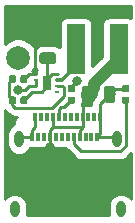
<source format=gtl>
G04 #@! TF.GenerationSoftware,KiCad,Pcbnew,(5.1.2)-2*
G04 #@! TF.CreationDate,2019-09-12T19:32:37+02:00*
G04 #@! TF.ProjectId,braunAdapterUSBC,62726175-6e41-4646-9170-746572555342,rev?*
G04 #@! TF.SameCoordinates,Original*
G04 #@! TF.FileFunction,Copper,L1,Top*
G04 #@! TF.FilePolarity,Positive*
%FSLAX46Y46*%
G04 Gerber Fmt 4.6, Leading zero omitted, Abs format (unit mm)*
G04 Created by KiCad (PCBNEW (5.1.2)-2) date 2019-09-12 19:32:37*
%MOMM*%
%LPD*%
G04 APERTURE LIST*
%ADD10R,1.500000X4.200000*%
%ADD11O,0.800000X1.400000*%
%ADD12R,0.300000X0.700000*%
%ADD13C,0.100000*%
%ADD14C,0.975000*%
%ADD15C,0.590000*%
%ADD16C,2.000000*%
%ADD17R,0.400000X0.230000*%
%ADD18R,0.800000X1.300000*%
%ADD19C,0.600000*%
%ADD20C,0.800000*%
%ADD21C,0.250000*%
%ADD22C,1.000000*%
%ADD23C,0.350000*%
%ADD24C,0.254000*%
G04 APERTURE END LIST*
D10*
X700000Y10700000D03*
X4300000Y10700000D03*
D11*
X-4130000Y3110000D03*
D12*
X-2750000Y5020000D03*
X-2250000Y5020000D03*
X-1750000Y5020000D03*
X-1250000Y5020000D03*
X-750000Y5020000D03*
X-250000Y5020000D03*
X250000Y5020000D03*
X2750000Y5020000D03*
X1750000Y5020000D03*
X1250000Y5020000D03*
X750000Y5020000D03*
X2250000Y5020000D03*
X2500000Y3320000D03*
D11*
X4130000Y3110000D03*
X4490000Y-2840000D03*
X-4490000Y-2840000D03*
D12*
X2000000Y3320000D03*
X1500000Y3320000D03*
X1000000Y3320000D03*
X500000Y3320000D03*
X0Y3320000D03*
X-500000Y3320000D03*
X-1000000Y3320000D03*
X-1500000Y3320000D03*
X-2000000Y3320000D03*
X-2500000Y3320000D03*
X-3000000Y3320000D03*
D13*
G36*
X3805142Y7598826D02*
G01*
X3828803Y7595316D01*
X3852007Y7589504D01*
X3874529Y7581446D01*
X3896153Y7571218D01*
X3916670Y7558921D01*
X3935883Y7544671D01*
X3953607Y7528607D01*
X3969671Y7510883D01*
X3983921Y7491670D01*
X3996218Y7471153D01*
X4006446Y7449529D01*
X4014504Y7427007D01*
X4020316Y7403803D01*
X4023826Y7380142D01*
X4025000Y7356250D01*
X4025000Y6443750D01*
X4023826Y6419858D01*
X4020316Y6396197D01*
X4014504Y6372993D01*
X4006446Y6350471D01*
X3996218Y6328847D01*
X3983921Y6308330D01*
X3969671Y6289117D01*
X3953607Y6271393D01*
X3935883Y6255329D01*
X3916670Y6241079D01*
X3896153Y6228782D01*
X3874529Y6218554D01*
X3852007Y6210496D01*
X3828803Y6204684D01*
X3805142Y6201174D01*
X3781250Y6200000D01*
X3293750Y6200000D01*
X3269858Y6201174D01*
X3246197Y6204684D01*
X3222993Y6210496D01*
X3200471Y6218554D01*
X3178847Y6228782D01*
X3158330Y6241079D01*
X3139117Y6255329D01*
X3121393Y6271393D01*
X3105329Y6289117D01*
X3091079Y6308330D01*
X3078782Y6328847D01*
X3068554Y6350471D01*
X3060496Y6372993D01*
X3054684Y6396197D01*
X3051174Y6419858D01*
X3050000Y6443750D01*
X3050000Y7356250D01*
X3051174Y7380142D01*
X3054684Y7403803D01*
X3060496Y7427007D01*
X3068554Y7449529D01*
X3078782Y7471153D01*
X3091079Y7491670D01*
X3105329Y7510883D01*
X3121393Y7528607D01*
X3139117Y7544671D01*
X3158330Y7558921D01*
X3178847Y7571218D01*
X3200471Y7581446D01*
X3222993Y7589504D01*
X3246197Y7595316D01*
X3269858Y7598826D01*
X3293750Y7600000D01*
X3781250Y7600000D01*
X3805142Y7598826D01*
X3805142Y7598826D01*
G37*
D14*
X3537500Y6900000D03*
D13*
G36*
X1930142Y7598826D02*
G01*
X1953803Y7595316D01*
X1977007Y7589504D01*
X1999529Y7581446D01*
X2021153Y7571218D01*
X2041670Y7558921D01*
X2060883Y7544671D01*
X2078607Y7528607D01*
X2094671Y7510883D01*
X2108921Y7491670D01*
X2121218Y7471153D01*
X2131446Y7449529D01*
X2139504Y7427007D01*
X2145316Y7403803D01*
X2148826Y7380142D01*
X2150000Y7356250D01*
X2150000Y6443750D01*
X2148826Y6419858D01*
X2145316Y6396197D01*
X2139504Y6372993D01*
X2131446Y6350471D01*
X2121218Y6328847D01*
X2108921Y6308330D01*
X2094671Y6289117D01*
X2078607Y6271393D01*
X2060883Y6255329D01*
X2041670Y6241079D01*
X2021153Y6228782D01*
X1999529Y6218554D01*
X1977007Y6210496D01*
X1953803Y6204684D01*
X1930142Y6201174D01*
X1906250Y6200000D01*
X1418750Y6200000D01*
X1394858Y6201174D01*
X1371197Y6204684D01*
X1347993Y6210496D01*
X1325471Y6218554D01*
X1303847Y6228782D01*
X1283330Y6241079D01*
X1264117Y6255329D01*
X1246393Y6271393D01*
X1230329Y6289117D01*
X1216079Y6308330D01*
X1203782Y6328847D01*
X1193554Y6350471D01*
X1185496Y6372993D01*
X1179684Y6396197D01*
X1176174Y6419858D01*
X1175000Y6443750D01*
X1175000Y7356250D01*
X1176174Y7380142D01*
X1179684Y7403803D01*
X1185496Y7427007D01*
X1193554Y7449529D01*
X1203782Y7471153D01*
X1216079Y7491670D01*
X1230329Y7510883D01*
X1246393Y7528607D01*
X1264117Y7544671D01*
X1283330Y7558921D01*
X1303847Y7571218D01*
X1325471Y7581446D01*
X1347993Y7589504D01*
X1371197Y7595316D01*
X1394858Y7598826D01*
X1418750Y7600000D01*
X1906250Y7600000D01*
X1930142Y7598826D01*
X1930142Y7598826D01*
G37*
D14*
X1662500Y6900000D03*
D13*
G36*
X-1219858Y12323826D02*
G01*
X-1196197Y12320316D01*
X-1172993Y12314504D01*
X-1150471Y12306446D01*
X-1128847Y12296218D01*
X-1108330Y12283921D01*
X-1089117Y12269671D01*
X-1071393Y12253607D01*
X-1055329Y12235883D01*
X-1041079Y12216670D01*
X-1028782Y12196153D01*
X-1018554Y12174529D01*
X-1010496Y12152007D01*
X-1004684Y12128803D01*
X-1001174Y12105142D01*
X-1000000Y12081250D01*
X-1000000Y11593750D01*
X-1001174Y11569858D01*
X-1004684Y11546197D01*
X-1010496Y11522993D01*
X-1018554Y11500471D01*
X-1028782Y11478847D01*
X-1041079Y11458330D01*
X-1055329Y11439117D01*
X-1071393Y11421393D01*
X-1089117Y11405329D01*
X-1108330Y11391079D01*
X-1128847Y11378782D01*
X-1150471Y11368554D01*
X-1172993Y11360496D01*
X-1196197Y11354684D01*
X-1219858Y11351174D01*
X-1243750Y11350000D01*
X-2156250Y11350000D01*
X-2180142Y11351174D01*
X-2203803Y11354684D01*
X-2227007Y11360496D01*
X-2249529Y11368554D01*
X-2271153Y11378782D01*
X-2291670Y11391079D01*
X-2310883Y11405329D01*
X-2328607Y11421393D01*
X-2344671Y11439117D01*
X-2358921Y11458330D01*
X-2371218Y11478847D01*
X-2381446Y11500471D01*
X-2389504Y11522993D01*
X-2395316Y11546197D01*
X-2398826Y11569858D01*
X-2400000Y11593750D01*
X-2400000Y12081250D01*
X-2398826Y12105142D01*
X-2395316Y12128803D01*
X-2389504Y12152007D01*
X-2381446Y12174529D01*
X-2371218Y12196153D01*
X-2358921Y12216670D01*
X-2344671Y12235883D01*
X-2328607Y12253607D01*
X-2310883Y12269671D01*
X-2291670Y12283921D01*
X-2271153Y12296218D01*
X-2249529Y12306446D01*
X-2227007Y12314504D01*
X-2203803Y12320316D01*
X-2180142Y12323826D01*
X-2156250Y12325000D01*
X-1243750Y12325000D01*
X-1219858Y12323826D01*
X-1219858Y12323826D01*
G37*
D14*
X-1700000Y11837500D03*
D13*
G36*
X-1219858Y10448826D02*
G01*
X-1196197Y10445316D01*
X-1172993Y10439504D01*
X-1150471Y10431446D01*
X-1128847Y10421218D01*
X-1108330Y10408921D01*
X-1089117Y10394671D01*
X-1071393Y10378607D01*
X-1055329Y10360883D01*
X-1041079Y10341670D01*
X-1028782Y10321153D01*
X-1018554Y10299529D01*
X-1010496Y10277007D01*
X-1004684Y10253803D01*
X-1001174Y10230142D01*
X-1000000Y10206250D01*
X-1000000Y9718750D01*
X-1001174Y9694858D01*
X-1004684Y9671197D01*
X-1010496Y9647993D01*
X-1018554Y9625471D01*
X-1028782Y9603847D01*
X-1041079Y9583330D01*
X-1055329Y9564117D01*
X-1071393Y9546393D01*
X-1089117Y9530329D01*
X-1108330Y9516079D01*
X-1128847Y9503782D01*
X-1150471Y9493554D01*
X-1172993Y9485496D01*
X-1196197Y9479684D01*
X-1219858Y9476174D01*
X-1243750Y9475000D01*
X-2156250Y9475000D01*
X-2180142Y9476174D01*
X-2203803Y9479684D01*
X-2227007Y9485496D01*
X-2249529Y9493554D01*
X-2271153Y9503782D01*
X-2291670Y9516079D01*
X-2310883Y9530329D01*
X-2328607Y9546393D01*
X-2344671Y9564117D01*
X-2358921Y9583330D01*
X-2371218Y9603847D01*
X-2381446Y9625471D01*
X-2389504Y9647993D01*
X-2395316Y9671197D01*
X-2398826Y9694858D01*
X-2400000Y9718750D01*
X-2400000Y10206250D01*
X-2398826Y10230142D01*
X-2395316Y10253803D01*
X-2389504Y10277007D01*
X-2381446Y10299529D01*
X-2371218Y10321153D01*
X-2358921Y10341670D01*
X-2344671Y10360883D01*
X-2328607Y10378607D01*
X-2310883Y10394671D01*
X-2291670Y10408921D01*
X-2271153Y10421218D01*
X-2249529Y10431446D01*
X-2227007Y10439504D01*
X-2203803Y10445316D01*
X-2180142Y10448826D01*
X-2156250Y10450000D01*
X-1243750Y10450000D01*
X-1219858Y10448826D01*
X-1219858Y10448826D01*
G37*
D14*
X-1700000Y9962500D03*
D13*
G36*
X5086958Y6709290D02*
G01*
X5101276Y6707166D01*
X5115317Y6703649D01*
X5128946Y6698772D01*
X5142031Y6692583D01*
X5154447Y6685142D01*
X5166073Y6676519D01*
X5176798Y6666798D01*
X5186519Y6656073D01*
X5195142Y6644447D01*
X5202583Y6632031D01*
X5208772Y6618946D01*
X5213649Y6605317D01*
X5217166Y6591276D01*
X5219290Y6576958D01*
X5220000Y6562500D01*
X5220000Y6267500D01*
X5219290Y6253042D01*
X5217166Y6238724D01*
X5213649Y6224683D01*
X5208772Y6211054D01*
X5202583Y6197969D01*
X5195142Y6185553D01*
X5186519Y6173927D01*
X5176798Y6163202D01*
X5166073Y6153481D01*
X5154447Y6144858D01*
X5142031Y6137417D01*
X5128946Y6131228D01*
X5115317Y6126351D01*
X5101276Y6122834D01*
X5086958Y6120710D01*
X5072500Y6120000D01*
X4727500Y6120000D01*
X4713042Y6120710D01*
X4698724Y6122834D01*
X4684683Y6126351D01*
X4671054Y6131228D01*
X4657969Y6137417D01*
X4645553Y6144858D01*
X4633927Y6153481D01*
X4623202Y6163202D01*
X4613481Y6173927D01*
X4604858Y6185553D01*
X4597417Y6197969D01*
X4591228Y6211054D01*
X4586351Y6224683D01*
X4582834Y6238724D01*
X4580710Y6253042D01*
X4580000Y6267500D01*
X4580000Y6562500D01*
X4580710Y6576958D01*
X4582834Y6591276D01*
X4586351Y6605317D01*
X4591228Y6618946D01*
X4597417Y6632031D01*
X4604858Y6644447D01*
X4613481Y6656073D01*
X4623202Y6666798D01*
X4633927Y6676519D01*
X4645553Y6685142D01*
X4657969Y6692583D01*
X4671054Y6698772D01*
X4684683Y6703649D01*
X4698724Y6707166D01*
X4713042Y6709290D01*
X4727500Y6710000D01*
X5072500Y6710000D01*
X5086958Y6709290D01*
X5086958Y6709290D01*
G37*
D15*
X4900000Y6415000D03*
D13*
G36*
X5086958Y7679290D02*
G01*
X5101276Y7677166D01*
X5115317Y7673649D01*
X5128946Y7668772D01*
X5142031Y7662583D01*
X5154447Y7655142D01*
X5166073Y7646519D01*
X5176798Y7636798D01*
X5186519Y7626073D01*
X5195142Y7614447D01*
X5202583Y7602031D01*
X5208772Y7588946D01*
X5213649Y7575317D01*
X5217166Y7561276D01*
X5219290Y7546958D01*
X5220000Y7532500D01*
X5220000Y7237500D01*
X5219290Y7223042D01*
X5217166Y7208724D01*
X5213649Y7194683D01*
X5208772Y7181054D01*
X5202583Y7167969D01*
X5195142Y7155553D01*
X5186519Y7143927D01*
X5176798Y7133202D01*
X5166073Y7123481D01*
X5154447Y7114858D01*
X5142031Y7107417D01*
X5128946Y7101228D01*
X5115317Y7096351D01*
X5101276Y7092834D01*
X5086958Y7090710D01*
X5072500Y7090000D01*
X4727500Y7090000D01*
X4713042Y7090710D01*
X4698724Y7092834D01*
X4684683Y7096351D01*
X4671054Y7101228D01*
X4657969Y7107417D01*
X4645553Y7114858D01*
X4633927Y7123481D01*
X4623202Y7133202D01*
X4613481Y7143927D01*
X4604858Y7155553D01*
X4597417Y7167969D01*
X4591228Y7181054D01*
X4586351Y7194683D01*
X4582834Y7208724D01*
X4580710Y7223042D01*
X4580000Y7237500D01*
X4580000Y7532500D01*
X4580710Y7546958D01*
X4582834Y7561276D01*
X4586351Y7575317D01*
X4591228Y7588946D01*
X4597417Y7602031D01*
X4604858Y7614447D01*
X4613481Y7626073D01*
X4623202Y7636798D01*
X4633927Y7646519D01*
X4645553Y7655142D01*
X4657969Y7662583D01*
X4671054Y7668772D01*
X4684683Y7673649D01*
X4698724Y7677166D01*
X4713042Y7679290D01*
X4727500Y7680000D01*
X5072500Y7680000D01*
X5086958Y7679290D01*
X5086958Y7679290D01*
G37*
D15*
X4900000Y7385000D03*
D13*
G36*
X486958Y7679290D02*
G01*
X501276Y7677166D01*
X515317Y7673649D01*
X528946Y7668772D01*
X542031Y7662583D01*
X554447Y7655142D01*
X566073Y7646519D01*
X576798Y7636798D01*
X586519Y7626073D01*
X595142Y7614447D01*
X602583Y7602031D01*
X608772Y7588946D01*
X613649Y7575317D01*
X617166Y7561276D01*
X619290Y7546958D01*
X620000Y7532500D01*
X620000Y7237500D01*
X619290Y7223042D01*
X617166Y7208724D01*
X613649Y7194683D01*
X608772Y7181054D01*
X602583Y7167969D01*
X595142Y7155553D01*
X586519Y7143927D01*
X576798Y7133202D01*
X566073Y7123481D01*
X554447Y7114858D01*
X542031Y7107417D01*
X528946Y7101228D01*
X515317Y7096351D01*
X501276Y7092834D01*
X486958Y7090710D01*
X472500Y7090000D01*
X127500Y7090000D01*
X113042Y7090710D01*
X98724Y7092834D01*
X84683Y7096351D01*
X71054Y7101228D01*
X57969Y7107417D01*
X45553Y7114858D01*
X33927Y7123481D01*
X23202Y7133202D01*
X13481Y7143927D01*
X4858Y7155553D01*
X-2583Y7167969D01*
X-8772Y7181054D01*
X-13649Y7194683D01*
X-17166Y7208724D01*
X-19290Y7223042D01*
X-20000Y7237500D01*
X-20000Y7532500D01*
X-19290Y7546958D01*
X-17166Y7561276D01*
X-13649Y7575317D01*
X-8772Y7588946D01*
X-2583Y7602031D01*
X4858Y7614447D01*
X13481Y7626073D01*
X23202Y7636798D01*
X33927Y7646519D01*
X45553Y7655142D01*
X57969Y7662583D01*
X71054Y7668772D01*
X84683Y7673649D01*
X98724Y7677166D01*
X113042Y7679290D01*
X127500Y7680000D01*
X472500Y7680000D01*
X486958Y7679290D01*
X486958Y7679290D01*
G37*
D15*
X300000Y7385000D03*
D13*
G36*
X486958Y6709290D02*
G01*
X501276Y6707166D01*
X515317Y6703649D01*
X528946Y6698772D01*
X542031Y6692583D01*
X554447Y6685142D01*
X566073Y6676519D01*
X576798Y6666798D01*
X586519Y6656073D01*
X595142Y6644447D01*
X602583Y6632031D01*
X608772Y6618946D01*
X613649Y6605317D01*
X617166Y6591276D01*
X619290Y6576958D01*
X620000Y6562500D01*
X620000Y6267500D01*
X619290Y6253042D01*
X617166Y6238724D01*
X613649Y6224683D01*
X608772Y6211054D01*
X602583Y6197969D01*
X595142Y6185553D01*
X586519Y6173927D01*
X576798Y6163202D01*
X566073Y6153481D01*
X554447Y6144858D01*
X542031Y6137417D01*
X528946Y6131228D01*
X515317Y6126351D01*
X501276Y6122834D01*
X486958Y6120710D01*
X472500Y6120000D01*
X127500Y6120000D01*
X113042Y6120710D01*
X98724Y6122834D01*
X84683Y6126351D01*
X71054Y6131228D01*
X57969Y6137417D01*
X45553Y6144858D01*
X33927Y6153481D01*
X23202Y6163202D01*
X13481Y6173927D01*
X4858Y6185553D01*
X-2583Y6197969D01*
X-8772Y6211054D01*
X-13649Y6224683D01*
X-17166Y6238724D01*
X-19290Y6253042D01*
X-20000Y6267500D01*
X-20000Y6562500D01*
X-19290Y6576958D01*
X-17166Y6591276D01*
X-13649Y6605317D01*
X-8772Y6618946D01*
X-2583Y6632031D01*
X4858Y6644447D01*
X13481Y6656073D01*
X23202Y6666798D01*
X33927Y6676519D01*
X45553Y6685142D01*
X57969Y6692583D01*
X71054Y6698772D01*
X84683Y6703649D01*
X98724Y6707166D01*
X113042Y6709290D01*
X127500Y6710000D01*
X472500Y6710000D01*
X486958Y6709290D01*
X486958Y6709290D01*
G37*
D15*
X300000Y6415000D03*
D13*
G36*
X-4523042Y8519290D02*
G01*
X-4508724Y8517166D01*
X-4494683Y8513649D01*
X-4481054Y8508772D01*
X-4467969Y8502583D01*
X-4455553Y8495142D01*
X-4443927Y8486519D01*
X-4433202Y8476798D01*
X-4423481Y8466073D01*
X-4414858Y8454447D01*
X-4407417Y8442031D01*
X-4401228Y8428946D01*
X-4396351Y8415317D01*
X-4392834Y8401276D01*
X-4390710Y8386958D01*
X-4390000Y8372500D01*
X-4390000Y8027500D01*
X-4390710Y8013042D01*
X-4392834Y7998724D01*
X-4396351Y7984683D01*
X-4401228Y7971054D01*
X-4407417Y7957969D01*
X-4414858Y7945553D01*
X-4423481Y7933927D01*
X-4433202Y7923202D01*
X-4443927Y7913481D01*
X-4455553Y7904858D01*
X-4467969Y7897417D01*
X-4481054Y7891228D01*
X-4494683Y7886351D01*
X-4508724Y7882834D01*
X-4523042Y7880710D01*
X-4537500Y7880000D01*
X-4832500Y7880000D01*
X-4846958Y7880710D01*
X-4861276Y7882834D01*
X-4875317Y7886351D01*
X-4888946Y7891228D01*
X-4902031Y7897417D01*
X-4914447Y7904858D01*
X-4926073Y7913481D01*
X-4936798Y7923202D01*
X-4946519Y7933927D01*
X-4955142Y7945553D01*
X-4962583Y7957969D01*
X-4968772Y7971054D01*
X-4973649Y7984683D01*
X-4977166Y7998724D01*
X-4979290Y8013042D01*
X-4980000Y8027500D01*
X-4980000Y8372500D01*
X-4979290Y8386958D01*
X-4977166Y8401276D01*
X-4973649Y8415317D01*
X-4968772Y8428946D01*
X-4962583Y8442031D01*
X-4955142Y8454447D01*
X-4946519Y8466073D01*
X-4936798Y8476798D01*
X-4926073Y8486519D01*
X-4914447Y8495142D01*
X-4902031Y8502583D01*
X-4888946Y8508772D01*
X-4875317Y8513649D01*
X-4861276Y8517166D01*
X-4846958Y8519290D01*
X-4832500Y8520000D01*
X-4537500Y8520000D01*
X-4523042Y8519290D01*
X-4523042Y8519290D01*
G37*
D15*
X-4685000Y8200000D03*
D13*
G36*
X-3553042Y8519290D02*
G01*
X-3538724Y8517166D01*
X-3524683Y8513649D01*
X-3511054Y8508772D01*
X-3497969Y8502583D01*
X-3485553Y8495142D01*
X-3473927Y8486519D01*
X-3463202Y8476798D01*
X-3453481Y8466073D01*
X-3444858Y8454447D01*
X-3437417Y8442031D01*
X-3431228Y8428946D01*
X-3426351Y8415317D01*
X-3422834Y8401276D01*
X-3420710Y8386958D01*
X-3420000Y8372500D01*
X-3420000Y8027500D01*
X-3420710Y8013042D01*
X-3422834Y7998724D01*
X-3426351Y7984683D01*
X-3431228Y7971054D01*
X-3437417Y7957969D01*
X-3444858Y7945553D01*
X-3453481Y7933927D01*
X-3463202Y7923202D01*
X-3473927Y7913481D01*
X-3485553Y7904858D01*
X-3497969Y7897417D01*
X-3511054Y7891228D01*
X-3524683Y7886351D01*
X-3538724Y7882834D01*
X-3553042Y7880710D01*
X-3567500Y7880000D01*
X-3862500Y7880000D01*
X-3876958Y7880710D01*
X-3891276Y7882834D01*
X-3905317Y7886351D01*
X-3918946Y7891228D01*
X-3932031Y7897417D01*
X-3944447Y7904858D01*
X-3956073Y7913481D01*
X-3966798Y7923202D01*
X-3976519Y7933927D01*
X-3985142Y7945553D01*
X-3992583Y7957969D01*
X-3998772Y7971054D01*
X-4003649Y7984683D01*
X-4007166Y7998724D01*
X-4009290Y8013042D01*
X-4010000Y8027500D01*
X-4010000Y8372500D01*
X-4009290Y8386958D01*
X-4007166Y8401276D01*
X-4003649Y8415317D01*
X-3998772Y8428946D01*
X-3992583Y8442031D01*
X-3985142Y8454447D01*
X-3976519Y8466073D01*
X-3966798Y8476798D01*
X-3956073Y8486519D01*
X-3944447Y8495142D01*
X-3932031Y8502583D01*
X-3918946Y8508772D01*
X-3905317Y8513649D01*
X-3891276Y8517166D01*
X-3876958Y8519290D01*
X-3862500Y8520000D01*
X-3567500Y8520000D01*
X-3553042Y8519290D01*
X-3553042Y8519290D01*
G37*
D15*
X-3715000Y8200000D03*
D13*
G36*
X-3553042Y6719290D02*
G01*
X-3538724Y6717166D01*
X-3524683Y6713649D01*
X-3511054Y6708772D01*
X-3497969Y6702583D01*
X-3485553Y6695142D01*
X-3473927Y6686519D01*
X-3463202Y6676798D01*
X-3453481Y6666073D01*
X-3444858Y6654447D01*
X-3437417Y6642031D01*
X-3431228Y6628946D01*
X-3426351Y6615317D01*
X-3422834Y6601276D01*
X-3420710Y6586958D01*
X-3420000Y6572500D01*
X-3420000Y6227500D01*
X-3420710Y6213042D01*
X-3422834Y6198724D01*
X-3426351Y6184683D01*
X-3431228Y6171054D01*
X-3437417Y6157969D01*
X-3444858Y6145553D01*
X-3453481Y6133927D01*
X-3463202Y6123202D01*
X-3473927Y6113481D01*
X-3485553Y6104858D01*
X-3497969Y6097417D01*
X-3511054Y6091228D01*
X-3524683Y6086351D01*
X-3538724Y6082834D01*
X-3553042Y6080710D01*
X-3567500Y6080000D01*
X-3862500Y6080000D01*
X-3876958Y6080710D01*
X-3891276Y6082834D01*
X-3905317Y6086351D01*
X-3918946Y6091228D01*
X-3932031Y6097417D01*
X-3944447Y6104858D01*
X-3956073Y6113481D01*
X-3966798Y6123202D01*
X-3976519Y6133927D01*
X-3985142Y6145553D01*
X-3992583Y6157969D01*
X-3998772Y6171054D01*
X-4003649Y6184683D01*
X-4007166Y6198724D01*
X-4009290Y6213042D01*
X-4010000Y6227500D01*
X-4010000Y6572500D01*
X-4009290Y6586958D01*
X-4007166Y6601276D01*
X-4003649Y6615317D01*
X-3998772Y6628946D01*
X-3992583Y6642031D01*
X-3985142Y6654447D01*
X-3976519Y6666073D01*
X-3966798Y6676798D01*
X-3956073Y6686519D01*
X-3944447Y6695142D01*
X-3932031Y6702583D01*
X-3918946Y6708772D01*
X-3905317Y6713649D01*
X-3891276Y6717166D01*
X-3876958Y6719290D01*
X-3862500Y6720000D01*
X-3567500Y6720000D01*
X-3553042Y6719290D01*
X-3553042Y6719290D01*
G37*
D15*
X-3715000Y6400000D03*
D13*
G36*
X-4523042Y6719290D02*
G01*
X-4508724Y6717166D01*
X-4494683Y6713649D01*
X-4481054Y6708772D01*
X-4467969Y6702583D01*
X-4455553Y6695142D01*
X-4443927Y6686519D01*
X-4433202Y6676798D01*
X-4423481Y6666073D01*
X-4414858Y6654447D01*
X-4407417Y6642031D01*
X-4401228Y6628946D01*
X-4396351Y6615317D01*
X-4392834Y6601276D01*
X-4390710Y6586958D01*
X-4390000Y6572500D01*
X-4390000Y6227500D01*
X-4390710Y6213042D01*
X-4392834Y6198724D01*
X-4396351Y6184683D01*
X-4401228Y6171054D01*
X-4407417Y6157969D01*
X-4414858Y6145553D01*
X-4423481Y6133927D01*
X-4433202Y6123202D01*
X-4443927Y6113481D01*
X-4455553Y6104858D01*
X-4467969Y6097417D01*
X-4481054Y6091228D01*
X-4494683Y6086351D01*
X-4508724Y6082834D01*
X-4523042Y6080710D01*
X-4537500Y6080000D01*
X-4832500Y6080000D01*
X-4846958Y6080710D01*
X-4861276Y6082834D01*
X-4875317Y6086351D01*
X-4888946Y6091228D01*
X-4902031Y6097417D01*
X-4914447Y6104858D01*
X-4926073Y6113481D01*
X-4936798Y6123202D01*
X-4946519Y6133927D01*
X-4955142Y6145553D01*
X-4962583Y6157969D01*
X-4968772Y6171054D01*
X-4973649Y6184683D01*
X-4977166Y6198724D01*
X-4979290Y6213042D01*
X-4980000Y6227500D01*
X-4980000Y6572500D01*
X-4979290Y6586958D01*
X-4977166Y6601276D01*
X-4973649Y6615317D01*
X-4968772Y6628946D01*
X-4962583Y6642031D01*
X-4955142Y6654447D01*
X-4946519Y6666073D01*
X-4936798Y6676798D01*
X-4926073Y6686519D01*
X-4914447Y6695142D01*
X-4902031Y6702583D01*
X-4888946Y6708772D01*
X-4875317Y6713649D01*
X-4861276Y6717166D01*
X-4846958Y6719290D01*
X-4832500Y6720000D01*
X-4537500Y6720000D01*
X-4523042Y6719290D01*
X-4523042Y6719290D01*
G37*
D15*
X-4685000Y6400000D03*
D16*
X-4200000Y13100000D03*
X-4200000Y10000000D03*
D17*
X-2700000Y8625001D03*
X-2700000Y8125001D03*
X-2700000Y7625001D03*
X-2700000Y7125001D03*
X-900000Y7125001D03*
X-900000Y7625001D03*
X-900000Y8125001D03*
X-900000Y8625001D03*
D18*
X-1800000Y7875001D03*
D19*
X-1800000Y8225001D03*
X-1800000Y7525001D03*
D20*
X800000Y8000000D03*
X-4200000Y7300000D03*
X-1519496Y2469231D03*
D21*
X2750000Y3570000D02*
X2750000Y5020000D01*
X2500000Y3320000D02*
X2750000Y3570000D01*
X-2750000Y4420000D02*
X-2750000Y5020000D01*
X-2750000Y4170000D02*
X-2750000Y4420000D01*
X-3000000Y3920000D02*
X-2750000Y4170000D01*
X-3000000Y3320000D02*
X-3000000Y3920000D01*
X-3920000Y3320000D02*
X-4130000Y3110000D01*
X-3000000Y3320000D02*
X-3920000Y3320000D01*
X3920000Y3320000D02*
X4130000Y3110000D01*
X2500000Y3320000D02*
X3920000Y3320000D01*
X-1765001Y8175001D02*
X-1765001Y7875001D01*
X-1315001Y8625001D02*
X-1765001Y8175001D01*
X-865001Y8625001D02*
X-1315001Y8625001D01*
X-1765001Y7575001D02*
X-1765001Y7875001D01*
X-2215001Y7125001D02*
X-1765001Y7575001D01*
X-2665001Y7125001D02*
X-2215001Y7125001D01*
X4022500Y7385000D02*
X3537500Y6900000D01*
X4900000Y7385000D02*
X4022500Y7385000D01*
X2750000Y6112500D02*
X3537500Y6900000D01*
X2750000Y5020000D02*
X2750000Y6112500D01*
X-1800000Y9862500D02*
X-1700000Y9962500D01*
X-1800000Y7875001D02*
X-1800000Y9862500D01*
X-3715000Y6400000D02*
X-2989999Y7125001D01*
X-2989999Y7125001D02*
X-2700000Y7125001D01*
X300000Y7385000D02*
X300000Y7500000D01*
X300000Y7500000D02*
X800000Y8000000D01*
X1250000Y4420000D02*
X1250000Y5020000D01*
X1250000Y4170000D02*
X1250000Y4420000D01*
X1000000Y3920000D02*
X1250000Y4170000D01*
X1000000Y3320000D02*
X1000000Y3920000D01*
X-1250000Y4420000D02*
X-1250000Y5020000D01*
X-1250000Y4170000D02*
X-1250000Y4420000D01*
X-1500000Y3920000D02*
X-1250000Y4170000D01*
X-1500000Y3320000D02*
X-1500000Y3920000D01*
X-1250000Y4170000D02*
X1250000Y4170000D01*
X-2665001Y8125001D02*
X-2665001Y7625001D01*
X1250000Y6487500D02*
X1662500Y6900000D01*
X1250000Y5020000D02*
X1250000Y6487500D01*
X4300000Y9537500D02*
X4300000Y10700000D01*
X-3626768Y7300000D02*
X-4200000Y7300000D01*
X-2700000Y7625001D02*
X-3301767Y7625001D01*
X-3301767Y7625001D02*
X-3626768Y7300000D01*
X-1519496Y3300504D02*
X-1500000Y3320000D01*
X-1519496Y2469231D02*
X-1519496Y3300504D01*
D22*
X2218737Y7790733D02*
X3965504Y9537500D01*
X3965504Y9537500D02*
X4300000Y9537500D01*
X2218737Y7456237D02*
X2218737Y7790733D01*
X1662500Y6900000D02*
X2218737Y7456237D01*
D21*
X-1800000Y11900000D02*
X-1700000Y12000000D01*
X-2700000Y8990001D02*
X-2800000Y9090001D01*
X-2700000Y8625001D02*
X-2700000Y8990001D01*
X-2800000Y10737500D02*
X-1700000Y11837500D01*
X-2800000Y9090001D02*
X-2800000Y10737500D01*
X-2937500Y11837500D02*
X-4200000Y13100000D01*
X-1700000Y11837500D02*
X-2937500Y11837500D01*
X-3289999Y8625001D02*
X-3715000Y8200000D01*
X-2700000Y8625001D02*
X-3289999Y8625001D01*
X-34168Y6080832D02*
X300000Y6415000D01*
X-320010Y5794990D02*
X-34168Y6080832D01*
X-575010Y5794990D02*
X-320010Y5794990D01*
X-750000Y5020000D02*
X-750000Y5620000D01*
X-750000Y5620000D02*
X-575010Y5794990D01*
X500000Y2720000D02*
X500000Y3320000D01*
X1135010Y2084990D02*
X500000Y2720000D01*
X4430308Y2084990D02*
X1135010Y2084990D01*
X4900000Y2554682D02*
X4430308Y2084990D01*
X4900000Y6415000D02*
X4900000Y2554682D01*
X700000Y9275001D02*
X700000Y10700000D01*
D23*
X-450000Y8125001D02*
X700000Y9275001D01*
X-900000Y8125001D02*
X-450000Y8125001D01*
D21*
X-5019168Y6734168D02*
X-4685000Y6400000D01*
X-5019168Y7865832D02*
X-5019168Y6734168D01*
X-4685000Y8200000D02*
X-5019168Y7865832D01*
X-4685000Y5980000D02*
X-4685000Y6400000D01*
X-900000Y7625001D02*
X-450000Y7625001D01*
X-450000Y7625001D02*
X-345010Y7520011D01*
X-345010Y6779989D02*
X-1370009Y5754990D01*
X-1370009Y5754990D02*
X-4459990Y5754990D01*
X-345010Y7520011D02*
X-345010Y6779989D01*
X-4459990Y5754990D02*
X-4685000Y5980000D01*
D24*
G36*
X-5319974Y5555724D02*
G01*
X-5307751Y5540831D01*
X-5225001Y5439999D01*
X-5195997Y5416196D01*
X-5023794Y5243993D01*
X-4999991Y5214989D01*
X-4884266Y5120016D01*
X-4752237Y5049444D01*
X-4608976Y5005987D01*
X-4497323Y4994990D01*
X-4497314Y4994990D01*
X-4459991Y4991314D01*
X-4422668Y4994990D01*
X-4322655Y4994990D01*
X-4345681Y4971964D01*
X-4450741Y4814731D01*
X-4523108Y4640022D01*
X-4560000Y4454552D01*
X-4560000Y4353733D01*
X-4707797Y4274734D01*
X-4865396Y4145396D01*
X-4994734Y3987797D01*
X-5090841Y3807992D01*
X-5150024Y3612894D01*
X-5165000Y3460837D01*
X-5165000Y2759162D01*
X-5150024Y2607105D01*
X-5090840Y2412007D01*
X-4994733Y2232203D01*
X-4865395Y2074604D01*
X-4707796Y1945266D01*
X-4527992Y1849159D01*
X-4332894Y1789976D01*
X-4130000Y1769993D01*
X-3927105Y1789976D01*
X-3732007Y1849159D01*
X-3552203Y1945266D01*
X-3394604Y2074604D01*
X-3265266Y2232203D01*
X-3208864Y2337725D01*
X-3150000Y2331928D01*
X-2850000Y2331928D01*
X-2750000Y2341777D01*
X-2650000Y2331928D01*
X-2350000Y2331928D01*
X-2250000Y2341777D01*
X-2150000Y2331928D01*
X-1850000Y2331928D01*
X-1725518Y2344188D01*
X-1605820Y2380498D01*
X-1500000Y2437061D01*
X-1394180Y2380498D01*
X-1274482Y2344188D01*
X-1150000Y2331928D01*
X-850000Y2331928D01*
X-750000Y2341777D01*
X-650000Y2331928D01*
X-350000Y2331928D01*
X-250000Y2341777D01*
X-154566Y2332378D01*
X-134974Y2295724D01*
X-107654Y2262435D01*
X-40001Y2179999D01*
X-10998Y2156197D01*
X571210Y1573988D01*
X595009Y1544989D01*
X710734Y1450016D01*
X842763Y1379444D01*
X986024Y1335987D01*
X1097677Y1324990D01*
X1097685Y1324990D01*
X1135010Y1321314D01*
X1172335Y1324990D01*
X4392986Y1324990D01*
X4430308Y1321314D01*
X4467630Y1324990D01*
X4467641Y1324990D01*
X4579294Y1335987D01*
X4722555Y1379444D01*
X4854584Y1450016D01*
X4970309Y1544989D01*
X4994112Y1573993D01*
X5340001Y1919882D01*
X5340001Y-1944251D01*
X5225396Y-1804604D01*
X5067797Y-1675266D01*
X4887992Y-1579159D01*
X4692894Y-1519976D01*
X4490000Y-1499993D01*
X4287105Y-1519976D01*
X4092007Y-1579159D01*
X3912203Y-1675266D01*
X3754604Y-1804604D01*
X3625266Y-1962203D01*
X3529159Y-2142008D01*
X3469976Y-2337106D01*
X3455000Y-2489163D01*
X3455000Y-3190838D01*
X3469691Y-3340000D01*
X-3469691Y-3340000D01*
X-3455000Y-3190837D01*
X-3455000Y-2489162D01*
X-3469976Y-2337105D01*
X-3529159Y-2142007D01*
X-3625266Y-1962203D01*
X-3754604Y-1804604D01*
X-3912203Y-1675266D01*
X-4092008Y-1579159D01*
X-4287106Y-1519976D01*
X-4490000Y-1499993D01*
X-4692895Y-1519976D01*
X-4887993Y-1579159D01*
X-5067797Y-1675266D01*
X-5225396Y-1804604D01*
X-5340000Y-1944250D01*
X-5340000Y5593190D01*
X-5319974Y5555724D01*
X-5319974Y5555724D01*
G37*
X-5319974Y5555724D02*
X-5307751Y5540831D01*
X-5225001Y5439999D01*
X-5195997Y5416196D01*
X-5023794Y5243993D01*
X-4999991Y5214989D01*
X-4884266Y5120016D01*
X-4752237Y5049444D01*
X-4608976Y5005987D01*
X-4497323Y4994990D01*
X-4497314Y4994990D01*
X-4459991Y4991314D01*
X-4422668Y4994990D01*
X-4322655Y4994990D01*
X-4345681Y4971964D01*
X-4450741Y4814731D01*
X-4523108Y4640022D01*
X-4560000Y4454552D01*
X-4560000Y4353733D01*
X-4707797Y4274734D01*
X-4865396Y4145396D01*
X-4994734Y3987797D01*
X-5090841Y3807992D01*
X-5150024Y3612894D01*
X-5165000Y3460837D01*
X-5165000Y2759162D01*
X-5150024Y2607105D01*
X-5090840Y2412007D01*
X-4994733Y2232203D01*
X-4865395Y2074604D01*
X-4707796Y1945266D01*
X-4527992Y1849159D01*
X-4332894Y1789976D01*
X-4130000Y1769993D01*
X-3927105Y1789976D01*
X-3732007Y1849159D01*
X-3552203Y1945266D01*
X-3394604Y2074604D01*
X-3265266Y2232203D01*
X-3208864Y2337725D01*
X-3150000Y2331928D01*
X-2850000Y2331928D01*
X-2750000Y2341777D01*
X-2650000Y2331928D01*
X-2350000Y2331928D01*
X-2250000Y2341777D01*
X-2150000Y2331928D01*
X-1850000Y2331928D01*
X-1725518Y2344188D01*
X-1605820Y2380498D01*
X-1500000Y2437061D01*
X-1394180Y2380498D01*
X-1274482Y2344188D01*
X-1150000Y2331928D01*
X-850000Y2331928D01*
X-750000Y2341777D01*
X-650000Y2331928D01*
X-350000Y2331928D01*
X-250000Y2341777D01*
X-154566Y2332378D01*
X-134974Y2295724D01*
X-107654Y2262435D01*
X-40001Y2179999D01*
X-10998Y2156197D01*
X571210Y1573988D01*
X595009Y1544989D01*
X710734Y1450016D01*
X842763Y1379444D01*
X986024Y1335987D01*
X1097677Y1324990D01*
X1097685Y1324990D01*
X1135010Y1321314D01*
X1172335Y1324990D01*
X4392986Y1324990D01*
X4430308Y1321314D01*
X4467630Y1324990D01*
X4467641Y1324990D01*
X4579294Y1335987D01*
X4722555Y1379444D01*
X4854584Y1450016D01*
X4970309Y1544989D01*
X4994112Y1573993D01*
X5340001Y1919882D01*
X5340001Y-1944251D01*
X5225396Y-1804604D01*
X5067797Y-1675266D01*
X4887992Y-1579159D01*
X4692894Y-1519976D01*
X4490000Y-1499993D01*
X4287105Y-1519976D01*
X4092007Y-1579159D01*
X3912203Y-1675266D01*
X3754604Y-1804604D01*
X3625266Y-1962203D01*
X3529159Y-2142008D01*
X3469976Y-2337106D01*
X3455000Y-2489163D01*
X3455000Y-3190838D01*
X3469691Y-3340000D01*
X-3469691Y-3340000D01*
X-3455000Y-3190837D01*
X-3455000Y-2489162D01*
X-3469976Y-2337105D01*
X-3529159Y-2142007D01*
X-3625266Y-1962203D01*
X-3754604Y-1804604D01*
X-3912203Y-1675266D01*
X-4092008Y-1579159D01*
X-4287106Y-1519976D01*
X-4490000Y-1499993D01*
X-4692895Y-1519976D01*
X-4887993Y-1579159D01*
X-5067797Y-1675266D01*
X-5225396Y-1804604D01*
X-5340000Y-1944250D01*
X-5340000Y5593190D01*
X-5319974Y5555724D01*
G36*
X2560542Y7846164D02*
G01*
X2479053Y7693709D01*
X2428872Y7528285D01*
X2411928Y7356250D01*
X2411928Y6849229D01*
X2238998Y6676299D01*
X2210000Y6652501D01*
X2186202Y6623503D01*
X2186201Y6623502D01*
X2115026Y6536776D01*
X2044454Y6404746D01*
X2023662Y6336201D01*
X2000998Y6261486D01*
X1990116Y6150998D01*
X1986324Y6112500D01*
X1990001Y6075168D01*
X1990001Y5999208D01*
X1900000Y6008072D01*
X1600000Y6008072D01*
X1475518Y5995812D01*
X1355820Y5959502D01*
X1250000Y5902939D01*
X1183188Y5938651D01*
X1198274Y5966875D01*
X1242977Y6114243D01*
X1258072Y6267500D01*
X1258072Y6562500D01*
X1242977Y6715757D01*
X1198274Y6863125D01*
X1178564Y6900000D01*
X1198274Y6936875D01*
X1235680Y7060189D01*
X1290256Y7082795D01*
X1459774Y7196063D01*
X1603937Y7340226D01*
X1717205Y7509744D01*
X1795226Y7698102D01*
X1830015Y7873000D01*
X2582566Y7873000D01*
X2560542Y7846164D01*
X2560542Y7846164D01*
G37*
X2560542Y7846164D02*
X2479053Y7693709D01*
X2428872Y7528285D01*
X2411928Y7356250D01*
X2411928Y6849229D01*
X2238998Y6676299D01*
X2210000Y6652501D01*
X2186202Y6623503D01*
X2186201Y6623502D01*
X2115026Y6536776D01*
X2044454Y6404746D01*
X2023662Y6336201D01*
X2000998Y6261486D01*
X1990116Y6150998D01*
X1986324Y6112500D01*
X1990001Y6075168D01*
X1990001Y5999208D01*
X1900000Y6008072D01*
X1600000Y6008072D01*
X1475518Y5995812D01*
X1355820Y5959502D01*
X1250000Y5902939D01*
X1183188Y5938651D01*
X1198274Y5966875D01*
X1242977Y6114243D01*
X1258072Y6267500D01*
X1258072Y6562500D01*
X1242977Y6715757D01*
X1198274Y6863125D01*
X1178564Y6900000D01*
X1198274Y6936875D01*
X1235680Y7060189D01*
X1290256Y7082795D01*
X1459774Y7196063D01*
X1603937Y7340226D01*
X1717205Y7509744D01*
X1795226Y7698102D01*
X1830015Y7873000D01*
X2582566Y7873000D01*
X2560542Y7846164D01*
G36*
X-4163125Y7301726D02*
G01*
X-4157435Y7300000D01*
X-4163125Y7298274D01*
X-4200000Y7278564D01*
X-4236875Y7298274D01*
X-4242565Y7300000D01*
X-4236875Y7301726D01*
X-4200000Y7321436D01*
X-4163125Y7301726D01*
X-4163125Y7301726D01*
G37*
X-4163125Y7301726D02*
X-4157435Y7300000D01*
X-4163125Y7298274D01*
X-4200000Y7278564D01*
X-4236875Y7298274D01*
X-4242565Y7300000D01*
X-4236875Y7301726D01*
X-4200000Y7321436D01*
X-4163125Y7301726D01*
G36*
X-2779792Y9095208D02*
G01*
X-2646164Y8985542D01*
X-2642301Y8983477D01*
X-2651185Y8976186D01*
X-2728101Y8882463D01*
X-2772674Y8878073D01*
X-2900000Y8878073D01*
X-2910895Y8877000D01*
X-3010761Y8877000D01*
X-2930013Y8957748D01*
X-2811968Y9134415D01*
X-2779792Y9095208D01*
X-2779792Y9095208D01*
G37*
X-2779792Y9095208D02*
X-2646164Y8985542D01*
X-2642301Y8983477D01*
X-2651185Y8976186D01*
X-2728101Y8882463D01*
X-2772674Y8878073D01*
X-2900000Y8878073D01*
X-2910895Y8877000D01*
X-3010761Y8877000D01*
X-2930013Y8957748D01*
X-2811968Y9134415D01*
X-2779792Y9095208D01*
G36*
X5340000Y13365010D02*
G01*
X5294180Y13389502D01*
X5174482Y13425812D01*
X5050000Y13438072D01*
X3550000Y13438072D01*
X3425518Y13425812D01*
X3305820Y13389502D01*
X3195506Y13330537D01*
X3098815Y13251185D01*
X3019463Y13154494D01*
X2960498Y13044180D01*
X2924188Y12924482D01*
X2911928Y12800000D01*
X2911928Y10089057D01*
X2088072Y9265200D01*
X2088072Y12800000D01*
X2075812Y12924482D01*
X2039502Y13044180D01*
X1980537Y13154494D01*
X1901185Y13251185D01*
X1804494Y13330537D01*
X1694180Y13389502D01*
X1574482Y13425812D01*
X1450000Y13438072D01*
X-50000Y13438072D01*
X-174482Y13425812D01*
X-294180Y13389502D01*
X-404494Y13330537D01*
X-501185Y13251185D01*
X-580537Y13154494D01*
X-639502Y13044180D01*
X-675812Y12924482D01*
X-688072Y12800000D01*
X-688072Y10885487D01*
X-753836Y10939458D01*
X-906291Y11020947D01*
X-1071715Y11071128D01*
X-1243750Y11088072D01*
X-2156250Y11088072D01*
X-2328285Y11071128D01*
X-2493709Y11020947D01*
X-2646164Y10939458D01*
X-2779792Y10829792D01*
X-2784345Y10824244D01*
X-2930013Y11042252D01*
X-3157748Y11269987D01*
X-3425537Y11448918D01*
X-3723088Y11572168D01*
X-4038967Y11635000D01*
X-4361033Y11635000D01*
X-4676912Y11572168D01*
X-4974463Y11448918D01*
X-5242252Y11269987D01*
X-5340000Y11172239D01*
X-5340000Y14340000D01*
X5340000Y14340000D01*
X5340000Y13365010D01*
X5340000Y13365010D01*
G37*
X5340000Y13365010D02*
X5294180Y13389502D01*
X5174482Y13425812D01*
X5050000Y13438072D01*
X3550000Y13438072D01*
X3425518Y13425812D01*
X3305820Y13389502D01*
X3195506Y13330537D01*
X3098815Y13251185D01*
X3019463Y13154494D01*
X2960498Y13044180D01*
X2924188Y12924482D01*
X2911928Y12800000D01*
X2911928Y10089057D01*
X2088072Y9265200D01*
X2088072Y12800000D01*
X2075812Y12924482D01*
X2039502Y13044180D01*
X1980537Y13154494D01*
X1901185Y13251185D01*
X1804494Y13330537D01*
X1694180Y13389502D01*
X1574482Y13425812D01*
X1450000Y13438072D01*
X-50000Y13438072D01*
X-174482Y13425812D01*
X-294180Y13389502D01*
X-404494Y13330537D01*
X-501185Y13251185D01*
X-580537Y13154494D01*
X-639502Y13044180D01*
X-675812Y12924482D01*
X-688072Y12800000D01*
X-688072Y10885487D01*
X-753836Y10939458D01*
X-906291Y11020947D01*
X-1071715Y11071128D01*
X-1243750Y11088072D01*
X-2156250Y11088072D01*
X-2328285Y11071128D01*
X-2493709Y11020947D01*
X-2646164Y10939458D01*
X-2779792Y10829792D01*
X-2784345Y10824244D01*
X-2930013Y11042252D01*
X-3157748Y11269987D01*
X-3425537Y11448918D01*
X-3723088Y11572168D01*
X-4038967Y11635000D01*
X-4361033Y11635000D01*
X-4676912Y11572168D01*
X-4974463Y11448918D01*
X-5242252Y11269987D01*
X-5340000Y11172239D01*
X-5340000Y14340000D01*
X5340000Y14340000D01*
X5340000Y13365010D01*
M02*

</source>
